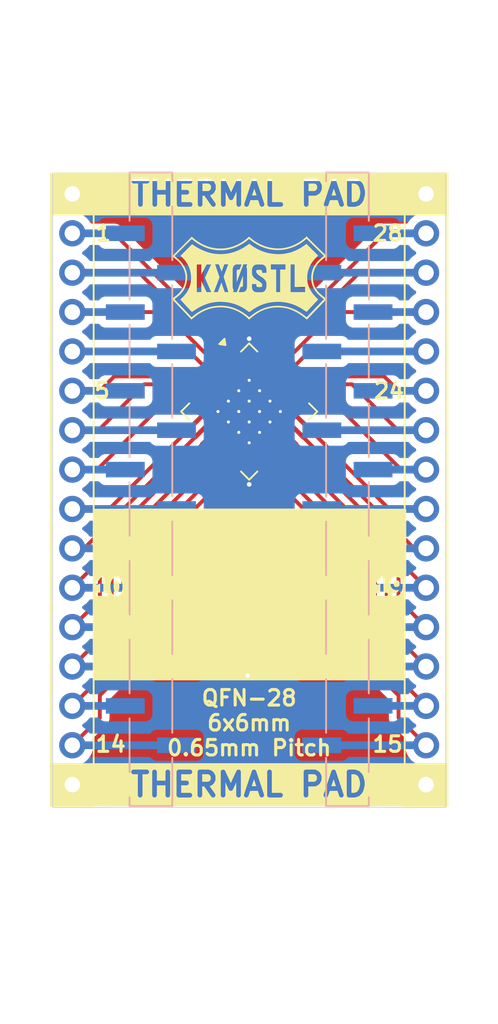
<source format=kicad_pcb>
(kicad_pcb (version 20241229) (generator "pcbnew") (generator_version "9.0")
  (layers (0 "F.Cu" signal) (2 "B.Cu" signal) (13 "F.Paste" user) (15 "B.Paste" user) (5 "F.SilkS" user "F.Silkscreen") (7 "B.SilkS" user "B.Silkscreen") (1 "F.Mask" user) (3 "B.Mask" user) (25 "Edge.Cuts" user))
  (net 0 "")
  (net 1 "/27")
  (net 2 "/10")
  (net 3 "/3")
  (net 4 "/6")
  (net 5 "/8")
  (net 6 "/1")
  (net 7 "/7")
  (net 8 "/28")
  (net 9 "/2")
  (net 10 "/24")
  (net 11 "/23")
  (net 12 "/19")
  (net 13 "/20")
  (net 14 "/18")
  (net 15 "/9")
  (net 16 "/14")
  (net 17 "/26")
  (net 18 "/21")
  (net 19 "/16")
  (net 20 "/29")
  (net 21 "/15")
  (net 22 "/25")
  (net 23 "/17")
  (net 24 "/5")
  (net 25 "/4")
  (net 26 "/13")
  (net 27 "/12")
  (net 28 "/11")
  (net 29 "/22")
  (footprint "Package_DFN_QFN:QFN-28-1EP_6x6mm_P0.65mm_EP4.25x4.25mm_ThermalVias" (layer "F.Cu") (at 116.586 105.98323 -45)
    (property "Reference" "U101" (hide yes))
    (property "Value" "QFN-28")
    (pad "1" smd roundrect (at -3.0375 -1.95 315) (size 1.4 0.3) (layers "F.Cu" "F.Mask" "F.Paste") (net 6 "/1"))
    (pad "2" smd roundrect (at -3.0375 -1.3 315) (size 1.4 0.3) (layers "F.Cu" "F.Mask" "F.Paste") (net 9 "/2"))
    (pad "3" smd roundrect (at -3.0375 -0.65 315) (size 1.4 0.3) (layers "F.Cu" "F.Mask" "F.Paste") (net 3 "/3"))
    (pad "4" smd roundrect (at -3.037499 0 315) (size 1.4 0.3) (layers "F.Cu" "F.Mask" "F.Paste") (net 25 "/4"))
    (pad "5" smd roundrect (at -3.0375 0.65 315) (size 1.4 0.3) (layers "F.Cu" "F.Mask" "F.Paste") (net 24 "/5"))
    (pad "6" smd roundrect (at -3.0375 1.3 315) (size 1.4 0.3) (layers "F.Cu" "F.Mask" "F.Paste") (net 4 "/6"))
    (pad "7" smd roundrect (at -3.0375 1.95 315) (size 1.4 0.3) (layers "F.Cu" "F.Mask" "F.Paste") (net 7 "/7"))
    (pad "8" smd roundrect (at -1.95 3.0375 315) (size 0.3 1.4) (layers "F.Cu" "F.Mask" "F.Paste") (net 5 "/8"))
    (pad "9" smd roundrect (at -1.3 3.0375 315) (size 0.3 1.4) (layers "F.Cu" "F.Mask" "F.Paste") (net 15 "/9"))
    (pad "10" smd roundrect (at -0.65 3.0375 315) (size 0.3 1.4) (layers "F.Cu" "F.Mask" "F.Paste") (net 2 "/10"))
    (pad "11" smd roundrect (at 0 3.037499 315) (size 0.3 1.4) (layers "F.Cu" "F.Mask" "F.Paste") (net 28 "/11"))
    (pad "12" smd roundrect (at 0.65 3.0375 315) (size 0.3 1.4) (layers "F.Cu" "F.Mask" "F.Paste") (net 27 "/12"))
    (pad "13" smd roundrect (at 1.3 3.0375 315) (size 0.3 1.4) (layers "F.Cu" "F.Mask" "F.Paste") (net 26 "/13"))
    (pad "14" smd roundrect (at 1.95 3.0375 315) (size 0.3 1.4) (layers "F.Cu" "F.Mask" "F.Paste") (net 16 "/14"))
    (pad "15" smd roundrect (at 3.0375 1.95 315) (size 1.4 0.3) (layers "F.Cu" "F.Mask" "F.Paste") (net 21 "/15"))
    (pad "16" smd roundrect (at 3.0375 1.3 315) (size 1.4 0.3) (layers "F.Cu" "F.Mask" "F.Paste") (net 19 "/16"))
    (pad "17" smd roundrect (at 3.0375 0.65 315) (size 1.4 0.3) (layers "F.Cu" "F.Mask" "F.Paste") (net 23 "/17"))
    (pad "18" smd roundrect (at 3.037499 0 315) (size 1.4 0.3) (layers "F.Cu" "F.Mask" "F.Paste") (net 14 "/18"))
    (pad "19" smd roundrect (at 3.0375 -0.65 315) (size 1.4 0.3) (layers "F.Cu" "F.Mask" "F.Paste") (net 12 "/19"))
    (pad "20" smd roundrect (at 3.0375 -1.3 315) (size 1.4 0.3) (layers "F.Cu" "F.Mask" "F.Paste") (net 13 "/20"))
    (pad "21" smd roundrect (at 3.0375 -1.95 315) (size 1.4 0.3) (layers "F.Cu" "F.Mask" "F.Paste") (net 18 "/21"))
    (pad "22" smd roundrect (at 1.95 -3.0375 315) (size 0.3 1.4) (layers "F.Cu" "F.Mask" "F.Paste") (net 29 "/22"))
    (pad "23" smd roundrect (at 1.3 -3.0375 315) (size 0.3 1.4) (layers "F.Cu" "F.Mask" "F.Paste") (net 11 "/23"))
    (pad "24" smd roundrect (at 0.65 -3.0375 315) (size 0.3 1.4) (layers "F.Cu" "F.Mask" "F.Paste") (net 10 "/24"))
    (pad "25" smd roundrect (at 0 -3.037499 315) (size 0.3 1.4) (layers "F.Cu" "F.Mask" "F.Paste") (net 22 "/25"))
    (pad "26" smd roundrect (at -0.65 -3.0375 315) (size 0.3 1.4) (layers "F.Cu" "F.Mask" "F.Paste") (net 17 "/26"))
    (pad "27" smd roundrect (at -1.3 -3.0375 315) (size 0.3 1.4) (layers "F.Cu" "F.Mask" "F.Paste") (net 1 "/27"))
    (pad "28" smd roundrect (at -1.95 -3.0375 315) (size 0.3 1.4) (layers "F.Cu" "F.Mask" "F.Paste") (net 8 "/28"))
    (pad "29" thru_hole circle (at -1.425 -1.425 315) (size 0.5 0.5) (drill 0.2) (property pad_prop_heatsink) (layers "*.Cu") (net 20 "/29"))
    (pad "29" thru_hole circle (at -1.425 -0.475 315) (size 0.5 0.5) (drill 0.2) (property pad_prop_heatsink) (layers "*.Cu") (net 20 "/29"))
    (pad "29" thru_hole circle (at -1.425 0.475 315) (size 0.5 0.5) (drill 0.2) (property pad_prop_heatsink) (layers "*.Cu") (net 20 "/29"))
    (pad "29" thru_hole circle (at -1.425 1.425 315) (size 0.5 0.5) (drill 0.2) (property pad_prop_heatsink) (layers "*.Cu") (net 20 "/29"))
    (pad "29" thru_hole circle (at -0.475 -1.425 315) (size 0.5 0.5) (drill 0.2) (property pad_prop_heatsink) (layers "*.Cu") (net 20 "/29"))
    (pad "29" thru_hole circle (at -0.475 -0.475 315) (size 0.5 0.5) (drill 0.2) (property pad_prop_heatsink) (layers "*.Cu") (net 20 "/29"))
    (pad "29" thru_hole circle (at -0.475 0.475 315) (size 0.5 0.5) (drill 0.2) (property pad_prop_heatsink) (layers "*.Cu") (net 20 "/29"))
    (pad "29" thru_hole circle (at -0.475 1.425 315) (size 0.5 0.5) (drill 0.2) (property pad_prop_heatsink) (layers "*.Cu") (net 20 "/29"))
    (pad "29" smd rect (at 0 0 315) (size 3.35 3.35) (property pad_prop_heatsink) (layers "B.Cu") (net 20 "/29"))
    (pad "29" smd rect (at 0 0 315) (size 4.25 4.25) (property pad_prop_heatsink) (layers "F.Cu" "F.Mask") (net 20 "/29"))
    (pad "29" thru_hole circle (at 0.475 -1.425 315) (size 0.5 0.5) (drill 0.2) (property pad_prop_heatsink) (layers "*.Cu") (net 20 "/29"))
    (pad "29" thru_hole circle (at 0.475 -0.475 315) (size 0.5 0.5) (drill 0.2) (property pad_prop_heatsink) (layers "*.Cu") (net 20 "/29"))
    (pad "29" thru_hole circle (at 0.475 0.475 315) (size 0.5 0.5) (drill 0.2) (property pad_prop_heatsink) (layers "*.Cu") (net 20 "/29"))
    (pad "29" thru_hole circle (at 0.475 1.425 315) (size 0.5 0.5) (drill 0.2) (property pad_prop_heatsink) (layers "*.Cu") (net 20 "/29"))
    (pad "29" thru_hole circle (at 1.425 -1.425 315) (size 0.5 0.5) (drill 0.2) (property pad_prop_heatsink) (layers "*.Cu") (net 20 "/29"))
    (pad "29" thru_hole circle (at 1.425 -0.475 315) (size 0.5 0.5) (drill 0.2) (property pad_prop_heatsink) (layers "*.Cu") (net 20 "/29"))
    (pad "29" thru_hole circle (at 1.425 0.475 315) (size 0.5 0.5) (drill 0.2) (property pad_prop_heatsink) (layers "*.Cu") (net 20 "/29"))
    (pad "29" thru_hole circle (at 1.425 1.425 315) (size 0.5 0.5) (drill 0.2) (property pad_prop_heatsink) (layers "*.Cu") (net 20 "/29"))
  )
  (footprint "libraries:Logo_10mm_inv" (layer "F.Cu") (at 116.586 97.369806)
    (property "Reference" "G***" (hide yes))
    (property "Value" "LOGO" (hide yes))
  )
  (footprint "Connector_PinHeader_2.54mm:PinHeader_1x16_P2.54mm_Vertical" (layer "F.Cu") (at 105.156 91.948)
    (property "Reference" "J101" (hide yes))
    (property "Value" "Conn_01x26")
    (pad "1" thru_hole rect (at 0 0) (size 1.7 1.7) (drill 1) (layers "*.Cu" "*.Mask") (net 20 "/29"))
    (pad "2" thru_hole circle (at 0 2.54) (size 1.7 1.7) (drill 1) (layers "*.Cu" "*.Mask") (net 6 "/1"))
    (pad "3" thru_hole circle (at 0 5.08) (size 1.7 1.7) (drill 1) (layers "*.Cu" "*.Mask") (net 9 "/2"))
    (pad "4" thru_hole circle (at 0 7.62) (size 1.7 1.7) (drill 1) (layers "*.Cu" "*.Mask") (net 3 "/3"))
    (pad "5" thru_hole circle (at 0 10.16) (size 1.7 1.7) (drill 1) (layers "*.Cu" "*.Mask") (net 25 "/4"))
    (pad "6" thru_hole circle (at 0 12.7) (size 1.7 1.7) (drill 1) (layers "*.Cu" "*.Mask") (net 24 "/5"))
    (pad "7" thru_hole circle (at 0 15.24) (size 1.7 1.7) (drill 1) (layers "*.Cu" "*.Mask") (net 4 "/6"))
    (pad "8" thru_hole circle (at 0 17.78) (size 1.7 1.7) (drill 1) (layers "*.Cu" "*.Mask") (net 7 "/7"))
    (pad "9" thru_hole circle (at 0 20.32) (size 1.7 1.7) (drill 1) (layers "*.Cu" "*.Mask") (net 5 "/8"))
    (pad "10" thru_hole circle (at 0 22.86) (size 1.7 1.7) (drill 1) (layers "*.Cu" "*.Mask") (net 15 "/9"))
    (pad "11" thru_hole circle (at 0 25.4) (size 1.7 1.7) (drill 1) (layers "*.Cu" "*.Mask") (net 2 "/10"))
    (pad "12" thru_hole circle (at 0 27.94) (size 1.7 1.7) (drill 1) (layers "*.Cu" "*.Mask") (net 28 "/11"))
    (pad "13" thru_hole circle (at 0 30.48) (size 1.7 1.7) (drill 1) (layers "*.Cu" "*.Mask") (net 27 "/12"))
    (pad "14" thru_hole circle (at 0 33.02) (size 1.7 1.7) (drill 1) (layers "*.Cu" "*.Mask") (net 26 "/13"))
    (pad "15" thru_hole circle (at 0 35.56) (size 1.7 1.7) (drill 1) (layers "*.Cu" "*.Mask") (net 16 "/14"))
    (pad "16" thru_hole circle (at 0 38.1) (size 1.7 1.7) (drill 1) (layers "*.Cu" "*.Mask") (net 20 "/29"))
  )
  (footprint "Connector_PinHeader_2.54mm:PinHeader_1x16_P2.54mm_Vertical" (layer "F.Cu") (at 128.016 91.948)
    (property "Reference" "J102" (hide yes))
    (property "Value" "Conn_01x26")
    (pad "1" thru_hole circle (at 0 0) (size 1.7 1.7) (drill 1) (layers "*.Cu" "*.Mask") (net 20 "/29"))
    (pad "2" thru_hole circle (at 0 2.54) (size 1.7 1.7) (drill 1) (layers "*.Cu" "*.Mask") (net 8 "/28"))
    (pad "3" thru_hole circle (at 0 5.08) (size 1.7 1.7) (drill 1) (layers "*.Cu" "*.Mask") (net 1 "/27"))
    (pad "4" thru_hole circle (at 0 7.62) (size 1.7 1.7) (drill 1) (layers "*.Cu" "*.Mask") (net 17 "/26"))
    (pad "5" thru_hole circle (at 0 10.16) (size 1.7 1.7) (drill 1) (layers "*.Cu" "*.Mask") (net 22 "/25"))
    (pad "6" thru_hole circle (at 0 12.7) (size 1.7 1.7) (drill 1) (layers "*.Cu" "*.Mask") (net 10 "/24"))
    (pad "7" thru_hole circle (at 0 15.24) (size 1.7 1.7) (drill 1) (layers "*.Cu" "*.Mask") (net 11 "/23"))
    (pad "8" thru_hole circle (at 0 17.78) (size 1.7 1.7) (drill 1) (layers "*.Cu" "*.Mask") (net 29 "/22"))
    (pad "9" thru_hole circle (at 0 20.32) (size 1.7 1.7) (drill 1) (layers "*.Cu" "*.Mask") (net 18 "/21"))
    (pad "10" thru_hole circle (at 0 22.86) (size 1.7 1.7) (drill 1) (layers "*.Cu" "*.Mask") (net 13 "/20"))
    (pad "11" thru_hole circle (at 0 25.4) (size 1.7 1.7) (drill 1) (layers "*.Cu" "*.Mask") (net 12 "/19"))
    (pad "12" thru_hole circle (at 0 27.94) (size 1.7 1.7) (drill 1) (layers "*.Cu" "*.Mask") (net 14 "/18"))
    (pad "13" thru_hole circle (at 0 30.48) (size 1.7 1.7) (drill 1) (layers "*.Cu" "*.Mask") (net 23 "/17"))
    (pad "14" thru_hole circle (at 0 33.02) (size 1.7 1.7) (drill 1) (layers "*.Cu" "*.Mask") (net 19 "/16"))
    (pad "15" thru_hole circle (at 0 35.56) (size 1.7 1.7) (drill 1) (layers "*.Cu" "*.Mask") (net 21 "/15"))
    (pad "16" thru_hole circle (at 0 38.1) (size 1.7 1.7) (drill 1) (layers "*.Cu" "*.Mask") (net 20 "/29"))
  )
  (footprint "Connector_PinHeader_2.54mm:PinHeader_1x16_P2.54mm_Vertical_SMD_Pin1Left" (layer "B.Cu") (at 110.236 110.998 180)
    (property "Reference" "J103" (hide yes))
    (property "Value" "Conn_01x26")
    (pad "1" smd rect (at -1.655 19.05 180) (size 2.51 1) (layers "B.Cu" "B.Mask" "B.Paste") (net 20 "/29"))
    (pad "2" smd rect (at 1.655 16.51 180) (size 2.51 1) (layers "B.Cu" "B.Mask" "B.Paste") (net 6 "/1"))
    (pad "3" smd rect (at -1.655 13.97 180) (size 2.51 1) (layers "B.Cu" "B.Mask" "B.Paste") (net 9 "/2"))
    (pad "4" smd rect (at 1.655 11.43 180) (size 2.51 1) (layers "B.Cu" "B.Mask" "B.Paste") (net 3 "/3"))
    (pad "5" smd rect (at -1.655 8.89 180) (size 2.51 1) (layers "B.Cu" "B.Mask" "B.Paste") (net 25 "/4"))
    (pad "6" smd rect (at 1.655 6.35 180) (size 2.51 1) (layers "B.Cu" "B.Mask" "B.Paste") (net 24 "/5"))
    (pad "7" smd rect (at -1.655 3.81 180) (size 2.51 1) (layers "B.Cu" "B.Mask" "B.Paste") (net 4 "/6"))
    (pad "8" smd rect (at 1.655 1.27 180) (size 2.51 1) (layers "B.Cu" "B.Mask" "B.Paste") (net 7 "/7"))
    (pad "9" smd rect (at -1.655 -1.27 180) (size 2.51 1) (layers "B.Cu" "B.Mask" "B.Paste") (net 5 "/8"))
    (pad "10" smd rect (at 1.655 -3.81 180) (size 2.51 1) (layers "B.Cu" "B.Mask" "B.Paste") (net 15 "/9"))
    (pad "11" smd rect (at -1.655 -6.35 180) (size 2.51 1) (layers "B.Cu" "B.Mask" "B.Paste") (net 2 "/10"))
    (pad "12" smd rect (at 1.655 -8.89 180) (size 2.51 1) (layers "B.Cu" "B.Mask" "B.Paste") (net 28 "/11"))
    (pad "13" smd rect (at -1.655 -11.43 180) (size 2.51 1) (layers "B.Cu" "B.Mask" "B.Paste") (net 27 "/12"))
    (pad "14" smd rect (at 1.655 -13.97 180) (size 2.51 1) (layers "B.Cu" "B.Mask" "B.Paste") (net 26 "/13"))
    (pad "15" smd rect (at -1.655 -16.51 180) (size 2.51 1) (layers "B.Cu" "B.Mask" "B.Paste") (net 16 "/14"))
    (pad "16" smd rect (at 1.655 -19.05 180) (size 2.51 1) (layers "B.Cu" "B.Mask" "B.Paste") (net 20 "/29"))
  )
  (footprint "Connector_PinHeader_2.54mm:PinHeader_1x16_P2.54mm_Vertical_SMD_Pin1Right" (layer "B.Cu") (at 122.936 110.998 180)
    (property "Reference" "J104" (hide yes))
    (property "Value" "Conn_01x26")
    (pad "1" smd rect (at 1.655 19.05 180) (size 2.51 1) (layers "B.Cu" "B.Mask" "B.Paste") (net 20 "/29"))
    (pad "2" smd rect (at -1.655 16.51 180) (size 2.51 1) (layers "B.Cu" "B.Mask" "B.Paste") (net 8 "/28"))
    (pad "3" smd rect (at 1.655 13.97 180) (size 2.51 1) (layers "B.Cu" "B.Mask" "B.Paste") (net 1 "/27"))
    (pad "4" smd rect (at -1.655 11.43 180) (size 2.51 1) (layers "B.Cu" "B.Mask" "B.Paste") (net 17 "/26"))
    (pad "5" smd rect (at 1.655 8.89 180) (size 2.51 1) (layers "B.Cu" "B.Mask" "B.Paste") (net 22 "/25"))
    (pad "6" smd rect (at -1.655 6.35 180) (size 2.51 1) (layers "B.Cu" "B.Mask" "B.Paste") (net 10 "/24"))
    (pad "7" smd rect (at 1.655 3.81 180) (size 2.51 1) (layers "B.Cu" "B.Mask" "B.Paste") (net 11 "/23"))
    (pad "8" smd rect (at -1.655 1.27 180) (size 2.51 1) (layers "B.Cu" "B.Mask" "B.Paste") (net 29 "/22"))
    (pad "9" smd rect (at 1.655 -1.27 180) (size 2.51 1) (layers "B.Cu" "B.Mask" "B.Paste") (net 18 "/21"))
    (pad "10" smd rect (at -1.655 -3.81 180) (size 2.51 1) (layers "B.Cu" "B.Mask" "B.Paste") (net 13 "/20"))
    (pad "11" smd rect (at 1.655 -6.35 180) (size 2.51 1) (layers "B.Cu" "B.Mask" "B.Paste") (net 12 "/19"))
    (pad "12" smd rect (at -1.655 -8.89 180) (size 2.51 1) (layers "B.Cu" "B.Mask" "B.Paste") (net 14 "/18"))
    (pad "13" smd rect (at 1.655 -11.43 180) (size 2.51 1) (layers "B.Cu" "B.Mask" "B.Paste") (net 23 "/17"))
    (pad "14" smd rect (at -1.655 -13.97 180) (size 2.51 1) (layers "B.Cu" "B.Mask" "B.Paste") (net 19 "/16"))
    (pad "15" smd rect (at 1.655 -16.51 180) (size 2.51 1) (layers "B.Cu" "B.Mask" "B.Paste") (net 21 "/15"))
    (pad "16" smd rect (at -1.655 -19.05 180) (size 2.51 1) (layers "B.Cu" "B.Mask" "B.Paste") (net 20 "/29"))
  )
  (gr_rect (start 103.759 128.714375) (end 108.839 131.381625) (stroke (width 0.1)) (fill yes) (layer "F.SilkS"))
  (gr_rect (start 106.553 118.02977) (end 126.619 123.27023) (stroke (width 0.1)) (fill yes) (layer "F.SilkS"))
  (gr_rect (start 108.54275 92.875225) (end 124.3415 93.281625) (stroke (width 0.1)) (fill yes) (layer "F.SilkS"))
  (gr_rect (start 124.1975 128.714375) (end 129.396 131.381625) (stroke (width 0.1)) (fill yes) (layer "F.SilkS"))
  (gr_rect (start 107.9585 90.614375) (end 124.90025 90.842975) (stroke (width 0.1)) (fill yes) (layer "F.SilkS"))
  (gr_rect (start 108.5765 128.714375) (end 124.62925 128.942725) (stroke (width 0.1)) (fill yes) (layer "F.SilkS"))
  (gr_rect (start 106.620164 112.303238) (end 126.686164 116.527698) (stroke (width 0.1)) (fill yes) (layer "F.SilkS"))
  (gr_rect (start 107.63675 130.975225) (end 125.3405 131.381625) (stroke (width 0.1)) (fill yes) (layer "F.SilkS"))
  (gr_rect (start 108.518 112.29123) (end 124.625847 121.74023) (stroke (width 0.1)) (fill yes) (layer "F.SilkS"))
  (gr_rect (start 103.776 90.614375) (end 108.856 93.281625) (stroke (width 0.1)) (fill yes) (layer "F.SilkS"))
  (gr_rect (start 124.22725 90.614375) (end 129.413 93.281625) (stroke (width 0.1)) (fill yes) (layer "F.SilkS"))
  (gr_rect (start 103.886 90.61623) (end 129.286 131.51023) (stroke (width 0.05)) (fill no) (layer "Edge.Cuts"))
  (gr_text "19" (at 126.722288 117.322255 0) (layer "F.SilkS" knockout) (effects (font (size 1 1) (thickness 0.2) (bold yes)) (justify right)))
  (gr_text "28" (at 126.619 94.488 0) (layer "F.SilkS") (effects (font (size 1 1) (thickness 0.2) (bold yes)) (justify right)))
  (gr_text "15" (at 126.619 127.444625 0) (layer "F.SilkS") (effects (font (size 1 1) (thickness 0.2) (bold yes)) (justify right)))
  (gr_text "5" (at 106.476 104.648 0) (layer "F.SilkS") (effects (font (size 1 1) (thickness 0.2) (bold yes)) (justify left)))
  (gr_text "QFN-28\n6x6mm\n0.65mm Pitch" (at 116.586 128.266247 0) (layer "F.SilkS") (effects (font (size 1 1) (thickness 0.2) (bold yes)) (justify bottom)))
  (gr_text "10" (at 106.451281 117.317454 0) (layer "F.SilkS" knockout) (effects (font (size 1 1) (thickness 0.2) (bold yes)) (justify left)))
  (gr_text "THERMAL PAD" (at 116.5775 130.048 0) (layer "F.SilkS" knockout) (effects (font (size 1.5 1.5) (thickness 0.3))))
  (gr_text "THERMAL PAD" (at 116.5945 91.948 0) (layer "F.SilkS" knockout) (effects (font (size 1.5 1.5) (thickness 0.3))))
  (gr_text "24" (at 126.706 104.648 0) (layer "F.SilkS") (effects (font (size 1 1) (thickness 0.2) (bold yes)) (justify right)))
  (gr_text "1" (at 106.553 94.488 0) (layer "F.SilkS") (effects (font (size 1 1) (thickness 0.2) (bold yes)) (justify left)))
  (gr_text "14" (at 106.553 127.444625 0) (layer "F.SilkS") (effects (font (size 1 1) (thickness 0.2) (bold yes)) (justify left)))
  (segment (start 123.702752 97.028) (end 128.016 97.028) (width 0.25) (layer "F.Cu") (net 1))
  (segment (start 117.814598 102.916154) (end 123.702752 97.028) (width 0.25) (layer "F.Cu") (net 1))
  (segment (start 121.281 97.028) (end 128.016 97.028) (width 0.5) (layer "B.Cu") (net 1))
  (segment (start 106.934 115.57) (end 105.156 117.348) (width 0.25) (layer "F.Cu") (net 2))
  (segment (start 113.978544 107.671447) (end 106.934 114.715991) (width 0.25) (layer "F.Cu") (net 2))
  (segment (start 106.934 114.715991) (end 106.934 115.57) (width 0.25) (layer "F.Cu") (net 2))
  (segment (start 111.891 117.348) (end 105.156 117.348) (width 0.5) (layer "B.Cu") (net 2))
  (segment (start 114.897783 103.375774) (end 111.090009 99.568) (width 0.25) (layer "F.Cu") (net 3))
  (segment (start 111.090009 99.568) (end 105.156 99.568) (width 0.25) (layer "F.Cu") (net 3))
  (segment (start 105.156 99.568) (end 108.581 99.568) (width 0.5) (layer "B.Cu") (net 3))
  (segment (start 113.518924 104.754632) (end 112.992098 104.227806) (width 0.25) (layer "F.Cu") (net 4))
  (segment (start 112.992098 104.227806) (end 109.811097 104.227806) (width 0.25) (layer "F.Cu") (net 4))
  (segment (start 106.850903 107.188) (end 105.156 107.188) (width 0.25) (layer "F.Cu") (net 4))
  (segment (start 109.811097 104.227806) (end 106.850903 107.188) (width 0.25) (layer "F.Cu") (net 4))
  (segment (start 111.891 107.188) (end 105.156 107.188) (width 0.5) (layer "B.Cu") (net 4))
  (segment (start 113.059305 106.752209) (end 107.543514 112.268) (width 0.25) (layer "F.Cu") (net 5))
  (segment (start 107.543514 112.268) (end 105.156 112.268) (width 0.25) (layer "F.Cu") (net 5))
  (segment (start 111.891 112.268) (end 105.156 112.268) (width 0.5) (layer "B.Cu") (net 5))
  (segment (start 115.817021 102.456535) (end 107.848486 94.488) (width 0.25) (layer "F.Cu") (net 6))
  (segment (start 107.848486 94.488) (end 105.156 94.488) (width 0.25) (layer "F.Cu") (net 6))
  (segment (start 105.156 94.488) (end 108.581 94.488) (width 0.5) (layer "B.Cu") (net 6))
  (segment (start 113.059305 105.214251) (end 112.58086 104.735806) (width 0.25) (layer "F.Cu") (net 7))
  (segment (start 112.58086 104.735806) (end 111.76 104.735806) (width 0.25) (layer "F.Cu") (net 7))
  (segment (start 111.76 104.735806) (end 106.767806 109.728) (width 0.25) (layer "F.Cu") (net 7))
  (segment (start 106.767806 109.728) (end 105.156 109.728) (width 0.25) (layer "F.Cu") (net 7))
  (segment (start 105.156 109.728) (end 108.581 109.728) (width 0.5) (layer "B.Cu") (net 7))
  (segment (start 117.354979 102.456535) (end 125.323514 94.488) (width 0.25) (layer "F.Cu") (net 8))
  (segment (start 125.323514 94.488) (end 128.016 94.488) (width 0.25) (layer "F.Cu") (net 8))
  (segment (start 124.591 94.488) (end 128.016 94.488) (width 0.5) (layer "B.Cu") (net 8))
  (segment (start 115.357402 102.916154) (end 109.469248 97.028) (width 0.25) (layer "F.Cu") (net 9))
  (segment (start 109.469248 97.028) (end 105.156 97.028) (width 0.25) (layer "F.Cu") (net 9))
  (segment (start 111.891 97.028) (end 105.156 97.028) (width 0.5) (layer "B.Cu") (net 9))
  (segment (start 119.193456 104.295013) (end 119.768663 103.719806) (width 0.25) (layer "F.Cu") (net 10))
  (segment (start 119.768663 103.719806) (end 125.309806 103.719806) (width 0.25) (layer "F.Cu") (net 10))
  (segment (start 125.309806 103.719806) (end 126.238 104.648) (width 0.25) (layer "F.Cu") (net 10))
  (segment (start 126.238 104.648) (end 128.016 104.648) (width 0.25) (layer "F.Cu") (net 10))
  (segment (start 124.591 104.648) (end 128.016 104.648) (width 0.5) (layer "B.Cu") (net 10))
  (segment (start 123.233903 104.227806) (end 126.194097 107.188) (width 0.25) (layer "F.Cu") (net 11))
  (segment (start 120.179902 104.227806) (end 123.233903 104.227806) (width 0.25) (layer "F.Cu") (net 11))
  (segment (start 126.194097 107.188) (end 128.016 107.188) (width 0.25) (layer "F.Cu") (net 11))
  (segment (start 119.653076 104.754632) (end 120.179902 104.227806) (width 0.25) (layer "F.Cu") (net 11))
  (segment (start 121.281 107.188) (end 128.016 107.188) (width 0.5) (layer "B.Cu") (net 11))
  (segment (start 119.193456 107.671447) (end 126.238 114.715991) (width 0.25) (layer "F.Cu") (net 12))
  (segment (start 126.238 114.715991) (end 126.238 115.57) (width 0.25) (layer "F.Cu") (net 12))
  (segment (start 126.238 115.57) (end 128.016 117.348) (width 0.25) (layer "F.Cu") (net 12))
  (segment (start 121.281 117.348) (end 128.016 117.348) (width 0.5) (layer "B.Cu") (net 12))
  (segment (start 127.249248 114.808) (end 128.016 114.808) (width 0.25) (layer "F.Cu") (net 13))
  (segment (start 119.653076 107.211828) (end 127.249248 114.808) (width 0.25) (layer "F.Cu") (net 13))
  (segment (start 124.591 114.808) (end 128.016 114.808) (width 0.5) (layer "B.Cu") (net 13))
  (segment (start 126.238 118.11) (end 128.016 119.888) (width 0.25) (layer "F.Cu") (net 14))
  (segment (start 126.238 116.419806) (end 126.238 118.11) (width 0.25) (layer "F.Cu") (net 14))
  (segment (start 125.476 114.87323) (end 125.476 115.657806) (width 0.25) (layer "F.Cu") (net 14))
  (segment (start 125.476 115.657806) (end 126.238 116.419806) (width 0.25) (layer "F.Cu") (net 14))
  (segment (start 118.733836 108.131066) (end 125.476 114.87323) (width 0.25) (layer "F.Cu") (net 14))
  (segment (start 124.591 119.888) (end 128.016 119.888) (width 0.5) (layer "B.Cu") (net 14))
  (segment (start 105.922752 114.808) (end 105.156 114.808) (width 0.25) (layer "F.Cu") (net 15))
  (segment (start 113.518924 107.211828) (end 105.922752 114.808) (width 0.25) (layer "F.Cu") (net 15))
  (segment (start 105.156 114.808) (end 108.581 114.808) (width 0.5) (layer "B.Cu") (net 15))
  (segment (start 108.458 119.721806) (end 108.458 121.245806) (width 0.25) (layer "F.Cu") (net 16))
  (segment (start 108.458 121.245806) (end 107.696 122.007806) (width 0.25) (layer "F.Cu") (net 16))
  (segment (start 109.982 116.419806) (end 109.22 117.181806) (width 0.25) (layer "F.Cu") (net 16))
  (segment (start 106.934 124.293806) (end 106.934 125.73) (width 0.25) (layer "F.Cu") (net 16))
  (segment (start 107.696 122.007806) (end 107.696 123.531806) (width 0.25) (layer "F.Cu") (net 16))
  (segment (start 109.22 117.181806) (end 109.22 118.959806) (width 0.25) (layer "F.Cu") (net 16))
  (segment (start 109.982 115.344946) (end 109.982 116.419806) (width 0.25) (layer "F.Cu") (net 16))
  (segment (start 115.817021 109.509925) (end 109.982 115.344946) (width 0.25) (layer "F.Cu") (net 16))
  (segment (start 106.934 125.73) (end 105.156 127.508) (width 0.25) (layer "F.Cu") (net 16))
  (segment (start 109.22 118.959806) (end 108.458 119.721806) (width 0.25) (layer "F.Cu") (net 16))
  (segment (start 107.696 123.531806) (end 106.934 124.293806) (width 0.25) (layer "F.Cu") (net 16))
  (segment (start 111.891 127.508) (end 105.156 127.508) (width 0.5) (layer "B.Cu") (net 16))
  (segment (start 118.274217 103.375774) (end 122.081991 99.568) (width 0.25) (layer "F.Cu") (net 17))
  (segment (start 122.081991 99.568) (end 128.016 99.568) (width 0.25) (layer "F.Cu") (net 17))
  (segment (start 124.591 99.568) (end 128.016 99.568) (width 0.5) (layer "B.Cu") (net 17))
  (segment (start 125.628486 112.268) (end 128.016 112.268) (width 0.25) (layer "F.Cu") (net 18))
  (segment (start 120.112695 106.752209) (end 125.628486 112.268) (width 0.25) (layer "F.Cu") (net 18))
  (segment (start 121.281 112.268) (end 128.016 112.268) (width 0.5) (layer "B.Cu") (net 18))
  (segment (start 117.814598 109.050306) (end 123.952 115.187708) (width 0.25) (layer "F.Cu") (net 19))
  (segment (start 123.952 116.165806) (end 124.714 116.927806) (width 0.25) (layer "F.Cu") (net 19))
  (segment (start 126.238 121.753806) (end 126.238 123.19) (width 0.25) (layer "F.Cu") (net 19))
  (segment (start 125.476 120.991806) (end 126.238 121.753806) (width 0.25) (layer "F.Cu") (net 19))
  (segment (start 124.714 116.927806) (end 124.714 118.705806) (width 0.25) (layer "F.Cu") (net 19))
  (segment (start 123.952 115.187708) (end 123.952 116.165806) (width 0.25) (layer "F.Cu") (net 19))
  (segment (start 124.714 118.705806) (end 125.476 119.467806) (width 0.25) (layer "F.Cu") (net 19))
  (segment (start 125.476 119.467806) (end 125.476 120.991806) (width 0.25) (layer "F.Cu") (net 19))
  (segment (start 126.238 123.19) (end 128.016 124.968) (width 0.25) (layer "F.Cu") (net 19))
  (segment (start 124.591 124.968) (end 128.016 124.968) (width 0.5) (layer "B.Cu") (net 19))
  (via (at 116.488625 123.016723) (size 0.6) (drill 0.3) (layers "F.Cu" "B.Cu") (net 20))
  (via (at 116.586 101.28423) (size 0.6) (drill 0.3) (layers "F.Cu" "B.Cu") (net 20))
  (via (at 116.586 110.68223) (size 0.6) (drill 0.3) (layers "F.Cu" "B.Cu") (net 20))
  (segment (start 105.156 91.948) (end 111.891 91.948) (width 0.5) (layer "B.Cu") (net 20))
  (segment (start 105.156 130.048) (end 128.016 130.048) (width 0.5) (layer "B.Cu") (net 20))
  (segment (start 111.891 91.948) (end 128.016 91.948) (width 0.5) (layer "B.Cu") (net 20))
  (segment (start 125.476 122.007806) (end 125.476 123.531806) (width 0.25) (layer "F.Cu") (net 21))
  (segment (start 123.19 116.419806) (end 123.952 117.181806) (width 0.25) (layer "F.Cu") (net 21))
  (segment (start 117.354979 109.509925) (end 123.19 115.344946) (width 0.25) (layer "F.Cu") (net 21))
  (segment (start 126.238 125.73) (end 128.016 127.508) (width 0.25) (layer "F.Cu") (net 21))
  (segment (start 123.952 118.959806) (end 124.714 119.721806) (width 0.25) (layer "F.Cu") (net 21))
  (segment (start 125.476 123.531806) (end 126.238 124.293806) (width 0.25) (layer "F.Cu") (net 21))
  (segment (start 123.19 115.344946) (end 123.19 116.419806) (width 0.25) (layer "F.Cu") (net 21))
  (segment (start 124.714 119.721806) (end 124.714 121.245806) (width 0.25) (layer "F.Cu") (net 21))
  (segment (start 126.238 124.293806) (end 126.238 125.73) (width 0.25) (layer "F.Cu") (net 21))
  (segment (start 123.952 117.181806) (end 123.952 118.959806) (width 0.25) (layer "F.Cu") (net 21))
  (segment (start 124.714 121.245806) (end 125.476 122.007806) (width 0.25) (layer "F.Cu") (net 21))
  (segment (start 128.016 127.508) (end 121.281 127.508) (width 0.5) (layer "B.Cu") (net 21))
  (segment (start 120.46123 102.108) (end 128.016 102.108) (width 0.25) (layer "F.Cu") (net 22))
  (segment (start 118.733836 103.835394) (end 120.46123 102.108) (width 0.25) (layer "F.Cu") (net 22))
  (segment (start 121.281 102.108) (end 128.016 102.108) (width 0.5) (layer "B.Cu") (net 22))
  (segment (start 125.476 118.451806) (end 126.238 119.213806) (width 0.25) (layer "F.Cu") (net 23))
  (segment (start 126.238 120.65) (end 128.016 122.428) (width 0.25) (layer "F.Cu") (net 23))
  (segment (start 125.476 116.673806) (end 125.476 118.451806) (width 0.25) (layer "F.Cu") (net 23))
  (segment (start 124.714 115.030469) (end 124.714 115.911806) (width 0.25) (layer "F.Cu") (net 23))
  (segment (start 126.238 119.213806) (end 126.238 120.65) (width 0.25) (layer "F.Cu") (net 23))
  (segment (start 124.714 115.911806) (end 125.476 116.673806) (width 0.25) (layer "F.Cu") (net 23))
  (segment (start 118.274217 108.590686) (end 124.714 115.030469) (width 0.25) (layer "F.Cu") (net 23))
  (segment (start 121.281 122.428) (end 128.016 122.428) (width 0.5) (layer "B.Cu") (net 23))
  (segment (start 113.403337 103.719806) (end 107.862194 103.719806) (width 0.25) (layer "F.Cu") (net 24))
  (segment (start 113.978544 104.295013) (end 113.403337 103.719806) (width 0.25) (layer "F.Cu") (net 24))
  (segment (start 106.934 104.648) (end 105.156 104.648) (width 0.25) (layer "F.Cu") (net 24))
  (segment (start 107.862194 103.719806) (end 106.934 104.648) (width 0.25) (layer "F.Cu") (net 24))
  (segment (start 105.156 104.648) (end 108.581 104.648) (width 0.5) (layer "B.Cu") (net 24))
  (segment (start 114.438164 103.835394) (end 112.71077 102.108) (width 0.25) (layer "F.Cu") (net 25))
  (segment (start 112.71077 102.108) (end 105.156 102.108) (width 0.25) (layer "F.Cu") (net 25))
  (segment (start 111.891 102.108) (end 105.156 102.108) (width 0.5) (layer "B.Cu") (net 25))
  (segment (start 115.357402 109.050306) (end 109.22 115.187708) (width 0.25) (layer "F.Cu") (net 26))
  (segment (start 106.934 123.19) (end 105.156 124.968) (width 0.25) (layer "F.Cu") (net 26))
  (segment (start 108.458 118.705806) (end 107.696 119.467806) (width 0.25) (layer "F.Cu") (net 26))
  (segment (start 107.696 119.467806) (end 107.696 120.991806) (width 0.25) (layer "F.Cu") (net 26))
  (segment (start 106.934 121.753806) (end 106.934 123.19) (width 0.25) (layer "F.Cu") (net 26))
  (segment (start 108.458 116.927806) (end 108.458 118.705806) (width 0.25) (layer "F.Cu") (net 26))
  (segment (start 109.22 115.187708) (end 109.22 116.165806) (width 0.25) (layer "F.Cu") (net 26))
  (segment (start 109.22 116.165806) (end 108.458 116.927806) (width 0.25) (layer "F.Cu") (net 26))
  (segment (start 107.696 120.991806) (end 106.934 121.753806) (width 0.25) (layer "F.Cu") (net 26))
  (segment (start 105.156 124.968) (end 108.581 124.968) (width 0.5) (layer "B.Cu") (net 26))
  (segment (start 108.458 115.030469) (end 108.458 115.911806) (width 0.25) (layer "F.Cu") (net 27))
  (segment (start 107.696 118.451806) (end 106.934 119.213806) (width 0.25) (layer "F.Cu") (net 27))
  (segment (start 114.897783 108.590686) (end 108.458 115.030469) (width 0.25) (layer "F.Cu") (net 27))
  (segment (start 107.696 116.673806) (end 107.696 118.451806) (width 0.25) (layer "F.Cu") (net 27))
  (segment (start 106.934 120.65) (end 105.156 122.428) (width 0.25) (layer "F.Cu") (net 27))
  (segment (start 106.934 119.213806) (end 106.934 120.65) (width 0.25) (layer "F.Cu") (net 27))
  (segment (start 108.458 115.911806) (end 107.696 116.673806) (width 0.25) (layer "F.Cu") (net 27))
  (segment (start 111.891 122.428) (end 105.156 122.428) (width 0.5) (layer "B.Cu") (net 27))
  (segment (start 106.934 118.11) (end 105.156 119.888) (width 0.25) (layer "F.Cu") (net 28))
  (segment (start 106.934 116.419806) (end 106.934 118.11) (width 0.25) (layer "F.Cu") (net 28))
  (segment (start 107.696 114.87323) (end 107.696 115.657806) (width 0.25) (layer "F.Cu") (net 28))
  (segment (start 114.438164 108.131066) (end 107.696 114.87323) (width 0.25) (layer "F.Cu") (net 28))
  (segment (start 107.696 115.657806) (end 106.934 116.419806) (width 0.25) (layer "F.Cu") (net 28))
  (segment (start 105.156 119.888) (end 108.581 119.888) (width 0.5) (layer "B.Cu") (net 28))
  (segment (start 120.112695 105.214251) (end 120.59114 104.735806) (width 0.25) (layer "F.Cu") (net 29))
  (segment (start 121.412 104.735806) (end 126.404194 109.728) (width 0.25) (layer "F.Cu") (net 29))
  (segment (start 126.404194 109.728) (end 128.016 109.728) (width 0.25) (layer "F.Cu") (net 29))
  (segment (start 120.59114 104.735806) (end 121.412 104.735806) (width 0.25) (layer "F.Cu") (net 29))
  (segment (start 124.591 109.728) (end 128.016 109.728) (width 0.5) (layer "B.Cu") (net 29))
  (zone (net 20) (net_name "/29") (layers "F.Cu" "B.Cu") (priority 1) (connect_pads yes (clearance 0.5)) (min_thickness 0.25) (fill yes (thermal_gap 0.5) (thermal_bridge_width 0.5))
    (polygon (pts (xy 103.886 79.44023) (xy 129.286 79.44023) (xy 129.286 145.48023) (xy 103.886 145.48023)))
  )
)
</source>
